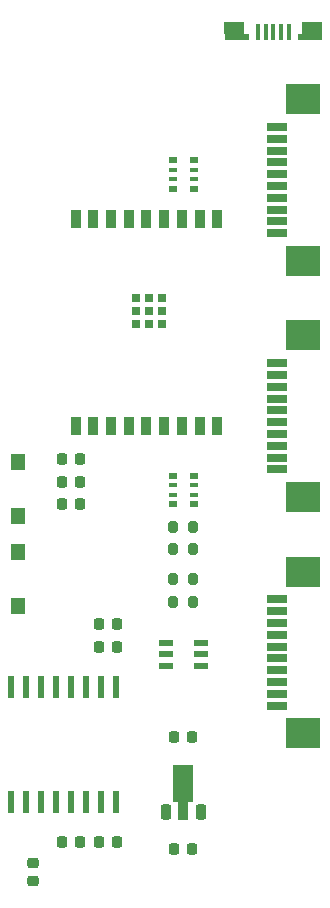
<source format=gbr>
%TF.GenerationSoftware,KiCad,Pcbnew,8.0.7-8.0.7-0~ubuntu24.04.1*%
%TF.CreationDate,2025-01-21T08:38:03+03:00*%
%TF.ProjectId,PM-ESPC3,504d2d45-5350-4433-932e-6b696361645f,rev?*%
%TF.SameCoordinates,Original*%
%TF.FileFunction,Paste,Top*%
%TF.FilePolarity,Positive*%
%FSLAX46Y46*%
G04 Gerber Fmt 4.6, Leading zero omitted, Abs format (unit mm)*
G04 Created by KiCad (PCBNEW 8.0.7-8.0.7-0~ubuntu24.04.1) date 2025-01-21 08:38:03*
%MOMM*%
%LPD*%
G01*
G04 APERTURE LIST*
G04 Aperture macros list*
%AMRoundRect*
0 Rectangle with rounded corners*
0 $1 Rounding radius*
0 $2 $3 $4 $5 $6 $7 $8 $9 X,Y pos of 4 corners*
0 Add a 4 corners polygon primitive as box body*
4,1,4,$2,$3,$4,$5,$6,$7,$8,$9,$2,$3,0*
0 Add four circle primitives for the rounded corners*
1,1,$1+$1,$2,$3*
1,1,$1+$1,$4,$5*
1,1,$1+$1,$6,$7*
1,1,$1+$1,$8,$9*
0 Add four rect primitives between the rounded corners*
20,1,$1+$1,$2,$3,$4,$5,0*
20,1,$1+$1,$4,$5,$6,$7,0*
20,1,$1+$1,$6,$7,$8,$9,0*
20,1,$1+$1,$8,$9,$2,$3,0*%
%AMFreePoly0*
4,1,9,3.862500,-0.866500,0.737500,-0.866500,0.737500,-0.450000,-0.737500,-0.450000,-0.737500,0.450000,0.737500,0.450000,0.737500,0.866500,3.862500,0.866500,3.862500,-0.866500,3.862500,-0.866500,$1*%
G04 Aperture macros list end*
%ADD10R,1.244600X1.346200*%
%ADD11R,0.889000X1.498600*%
%ADD12R,0.711200X0.711200*%
%ADD13RoundRect,0.225000X0.225000X0.250000X-0.225000X0.250000X-0.225000X-0.250000X0.225000X-0.250000X0*%
%ADD14RoundRect,0.225000X0.225000X-0.425000X0.225000X0.425000X-0.225000X0.425000X-0.225000X-0.425000X0*%
%ADD15FreePoly0,90.000000*%
%ADD16R,0.406400X1.350000*%
%ADD17R,1.679095X1.075150*%
%ADD18R,2.108196X0.525058*%
%ADD19R,0.800000X0.500000*%
%ADD20R,0.800000X0.400000*%
%ADD21R,0.482600X1.854200*%
%ADD22R,1.803400X0.635000*%
%ADD23R,2.997200X2.590800*%
%ADD24RoundRect,0.200000X-0.200000X-0.275000X0.200000X-0.275000X0.200000X0.275000X-0.200000X0.275000X0*%
%ADD25R,1.181100X0.558800*%
%ADD26RoundRect,0.225000X-0.225000X-0.250000X0.225000X-0.250000X0.225000X0.250000X-0.225000X0.250000X0*%
%ADD27RoundRect,0.225000X0.250000X-0.225000X0.250000X0.225000X-0.250000X0.225000X-0.250000X-0.225000X0*%
G04 APERTURE END LIST*
D10*
%TO.C,SW2*%
X2540000Y6096000D03*
X2540000Y1524000D03*
%TD*%
D11*
%TO.C,U1*%
X7390002Y9170000D03*
X8890001Y9170000D03*
X10390001Y9170000D03*
X11890000Y9170000D03*
X13390000Y9170000D03*
X14890000Y9170000D03*
X16390002Y9170000D03*
X17890001Y9170000D03*
X19390001Y9170000D03*
X19389998Y26670000D03*
X17889999Y26670000D03*
X16389999Y26670000D03*
X14890000Y26670000D03*
X13390000Y26670000D03*
X11890000Y26670000D03*
X10389998Y26670000D03*
X8889999Y26670000D03*
X7389999Y26670000D03*
D12*
X12490000Y17780000D03*
X13590000Y17780000D03*
X14690000Y17780000D03*
X12490000Y18880000D03*
X13590000Y18880000D03*
X14690000Y18880000D03*
X12490000Y19980000D03*
X13590000Y19980000D03*
X14690000Y19980000D03*
%TD*%
D13*
%TO.C,C8*%
X10935000Y-9525000D03*
X9385000Y-9525000D03*
%TD*%
%TO.C,C1*%
X7760000Y2540000D03*
X6210000Y2540000D03*
%TD*%
D14*
%TO.C,U2*%
X15010000Y-23540000D03*
D15*
X16510000Y-23452500D03*
D14*
X18010000Y-23540000D03*
%TD*%
D16*
%TO.C,J1*%
X25430000Y42527092D03*
X24780014Y42527092D03*
X24130028Y42527092D03*
X23480042Y42527092D03*
D17*
X27444579Y42914733D03*
D18*
X27230029Y42114629D03*
D16*
X22830056Y42527092D03*
D18*
X21030031Y42114621D03*
D17*
X20815481Y42914725D03*
%TD*%
D13*
%TO.C,C5*%
X7760000Y4445000D03*
X6210000Y4445000D03*
%TD*%
D19*
%TO.C,RN2*%
X15610000Y4940000D03*
D20*
X15610000Y4140000D03*
X15610000Y3340000D03*
D19*
X15610000Y2540000D03*
X17410000Y2540000D03*
D20*
X17410000Y3340000D03*
X17410000Y4140000D03*
D19*
X17410000Y4940000D03*
%TD*%
D21*
%TO.C,U6*%
X10795000Y-12903200D03*
X9525000Y-12903200D03*
X8255000Y-12903200D03*
X6985000Y-12903200D03*
X5715000Y-12903200D03*
X4445000Y-12903200D03*
X3175000Y-12903200D03*
X1905000Y-12903200D03*
X1905000Y-22656800D03*
X3175000Y-22656800D03*
X4445000Y-22656800D03*
X5715000Y-22656800D03*
X6985000Y-22656800D03*
X8255000Y-22656800D03*
X9525000Y-22656800D03*
X10795000Y-22656800D03*
%TD*%
D22*
%TO.C,J8*%
X24444000Y25500009D03*
X24444000Y26500007D03*
X24444000Y27500005D03*
X24444000Y28500003D03*
X24444000Y29500001D03*
X24444000Y30499999D03*
X24444000Y31499997D03*
X24444000Y32499995D03*
X24444000Y33499993D03*
X24444000Y34499991D03*
D23*
X26614001Y23149998D03*
X26614001Y36850002D03*
%TD*%
D13*
%TO.C,C4*%
X17285000Y-17145000D03*
X15735000Y-17145000D03*
%TD*%
%TO.C,C12*%
X17285000Y-26670000D03*
X15735000Y-26670000D03*
%TD*%
%TO.C,C2*%
X7760000Y6350000D03*
X6210000Y6350000D03*
%TD*%
D24*
%TO.C,R3*%
X15685000Y635000D03*
X17335000Y635000D03*
%TD*%
D25*
%TO.C,U5*%
X15043150Y-9209999D03*
X15043150Y-10160000D03*
X15043150Y-11110001D03*
X17976850Y-11110001D03*
X17976850Y-10160000D03*
X17976850Y-9209999D03*
%TD*%
D26*
%TO.C,C9*%
X6210000Y-26035000D03*
X7760000Y-26035000D03*
%TD*%
D22*
%TO.C,J5*%
X24444000Y-14499991D03*
X24444000Y-13499993D03*
X24444000Y-12499995D03*
X24444000Y-11499997D03*
X24444000Y-10499999D03*
X24444000Y-9500001D03*
X24444000Y-8500003D03*
X24444000Y-7500005D03*
X24444000Y-6500007D03*
X24444000Y-5500009D03*
D23*
X26614001Y-16850002D03*
X26614001Y-3149998D03*
%TD*%
D24*
%TO.C,R1*%
X15685000Y-1270000D03*
X17335000Y-1270000D03*
%TD*%
D10*
%TO.C,SW1*%
X2540000Y-6096000D03*
X2540000Y-1524000D03*
%TD*%
D24*
%TO.C,R2*%
X15685000Y-5715000D03*
X17335000Y-5715000D03*
%TD*%
D22*
%TO.C,J2*%
X24444000Y5500009D03*
X24444000Y6500007D03*
X24444000Y7500005D03*
X24444000Y8500003D03*
X24444000Y9500001D03*
X24444000Y10499999D03*
X24444000Y11499997D03*
X24444000Y12499995D03*
X24444000Y13499993D03*
X24444000Y14499991D03*
D23*
X26614001Y3149998D03*
X26614001Y16850002D03*
%TD*%
D24*
%TO.C,R5*%
X15685000Y-3810000D03*
X17335000Y-3810000D03*
%TD*%
D13*
%TO.C,C6*%
X10935000Y-26035000D03*
X9385000Y-26035000D03*
%TD*%
D19*
%TO.C,RN1*%
X15610000Y31680000D03*
D20*
X15610000Y30880000D03*
X15610000Y30080000D03*
D19*
X15610000Y29280000D03*
X17410000Y29280000D03*
D20*
X17410000Y30080000D03*
X17410000Y30880000D03*
D19*
X17410000Y31680000D03*
%TD*%
D13*
%TO.C,C10*%
X10935000Y-7620000D03*
X9385000Y-7620000D03*
%TD*%
D27*
%TO.C,C7*%
X3810000Y-29350000D03*
X3810000Y-27800000D03*
%TD*%
M02*

</source>
